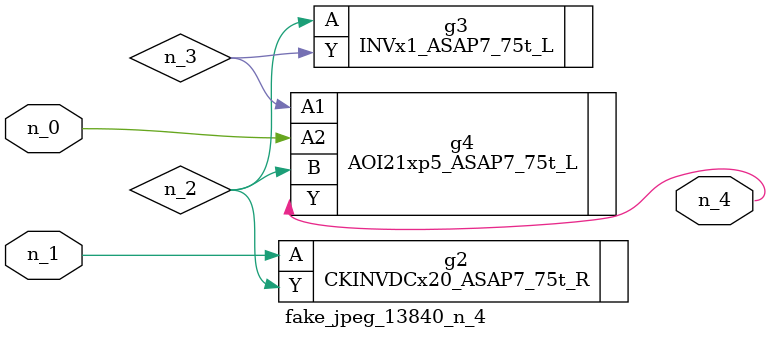
<source format=v>
module fake_jpeg_13840_n_4 (n_0, n_1, n_4);

input n_0;
input n_1;

output n_4;

wire n_3;
wire n_2;

CKINVDCx20_ASAP7_75t_R g2 ( 
.A(n_1),
.Y(n_2)
);

INVx1_ASAP7_75t_L g3 ( 
.A(n_2),
.Y(n_3)
);

AOI21xp5_ASAP7_75t_L g4 ( 
.A1(n_3),
.A2(n_0),
.B(n_2),
.Y(n_4)
);


endmodule
</source>
